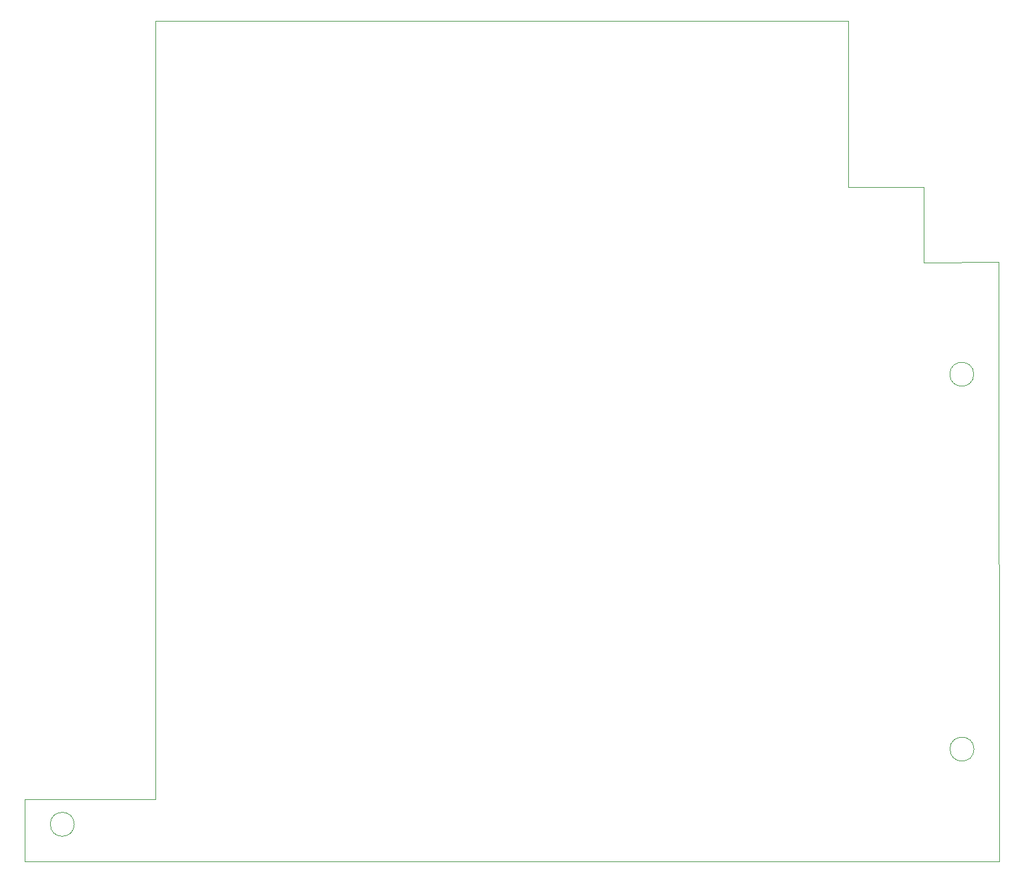
<source format=gbr>
%TF.GenerationSoftware,KiCad,Pcbnew,8.0.1*%
%TF.CreationDate,2024-07-10T12:18:48+02:00*%
%TF.ProjectId,TestBoardArduino,54657374-426f-4617-9264-41726475696e,rev?*%
%TF.SameCoordinates,Original*%
%TF.FileFunction,Profile,NP*%
%FSLAX46Y46*%
G04 Gerber Fmt 4.6, Leading zero omitted, Abs format (unit mm)*
G04 Created by KiCad (PCBNEW 8.0.1) date 2024-07-10 12:18:48*
%MOMM*%
%LPD*%
G01*
G04 APERTURE LIST*
%TA.AperFunction,Profile*%
%ADD10C,0.100000*%
%TD*%
G04 APERTURE END LIST*
D10*
X157504947Y-52171600D02*
X157500000Y-30000000D01*
X47599147Y-133832600D02*
X47624547Y-142163800D01*
X65000000Y-30000000D02*
X65000000Y-133832600D01*
X174243547Y-77114400D02*
G75*
G02*
X171043547Y-77114400I-1600000J0D01*
G01*
X171043547Y-77114400D02*
G75*
G02*
X174243547Y-77114400I1600000J0D01*
G01*
X65000000Y-133832600D02*
X47599147Y-133832600D01*
X174268747Y-127152600D02*
G75*
G02*
X171068747Y-127152600I-1600000J0D01*
G01*
X171068747Y-127152600D02*
G75*
G02*
X174268747Y-127152600I1600000J0D01*
G01*
X157500000Y-30000000D02*
X65000000Y-30000000D01*
X177621747Y-142138400D02*
X177596347Y-62153800D01*
X167588747Y-52171600D02*
X157504947Y-52171600D01*
X177596347Y-62153800D02*
X167588747Y-62179200D01*
X167588747Y-62179200D02*
X167588747Y-52171600D01*
X47624547Y-142163800D02*
X177621747Y-142138400D01*
X54202947Y-137185600D02*
G75*
G02*
X51002947Y-137185600I-1600000J0D01*
G01*
X51002947Y-137185600D02*
G75*
G02*
X54202947Y-137185600I1600000J0D01*
G01*
M02*

</source>
